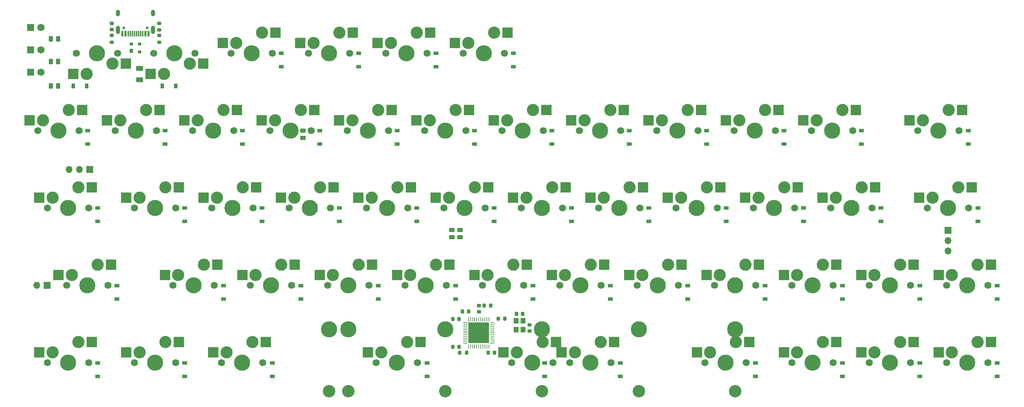
<source format=gbr>
G04 #@! TF.GenerationSoftware,KiCad,Pcbnew,(6.0.0)*
G04 #@! TF.CreationDate,2022-03-15T05:57:55-07:00*
G04 #@! TF.ProjectId,Memoria,4d656d6f-7269-4612-9e6b-696361645f70,rev?*
G04 #@! TF.SameCoordinates,Original*
G04 #@! TF.FileFunction,Soldermask,Bot*
G04 #@! TF.FilePolarity,Negative*
%FSLAX46Y46*%
G04 Gerber Fmt 4.6, Leading zero omitted, Abs format (unit mm)*
G04 Created by KiCad (PCBNEW (6.0.0)) date 2022-03-15 05:57:55*
%MOMM*%
%LPD*%
G01*
G04 APERTURE LIST*
G04 Aperture macros list*
%AMRoundRect*
0 Rectangle with rounded corners*
0 $1 Rounding radius*
0 $2 $3 $4 $5 $6 $7 $8 $9 X,Y pos of 4 corners*
0 Add a 4 corners polygon primitive as box body*
4,1,4,$2,$3,$4,$5,$6,$7,$8,$9,$2,$3,0*
0 Add four circle primitives for the rounded corners*
1,1,$1+$1,$2,$3*
1,1,$1+$1,$4,$5*
1,1,$1+$1,$6,$7*
1,1,$1+$1,$8,$9*
0 Add four rect primitives between the rounded corners*
20,1,$1+$1,$2,$3,$4,$5,0*
20,1,$1+$1,$4,$5,$6,$7,0*
20,1,$1+$1,$6,$7,$8,$9,0*
20,1,$1+$1,$8,$9,$2,$3,0*%
G04 Aperture macros list end*
%ADD10C,1.750000*%
%ADD11C,3.987800*%
%ADD12C,3.000000*%
%ADD13R,2.550000X2.500000*%
%ADD14R,1.700000X1.700000*%
%ADD15O,1.700000X1.700000*%
%ADD16R,1.800000X1.800000*%
%ADD17C,1.800000*%
%ADD18C,3.048000*%
%ADD19R,1.200000X0.900000*%
%ADD20R,0.900000X1.200000*%
%ADD21RoundRect,0.225000X-0.250000X0.225000X-0.250000X-0.225000X0.250000X-0.225000X0.250000X0.225000X0*%
%ADD22RoundRect,0.250000X-0.450000X0.262500X-0.450000X-0.262500X0.450000X-0.262500X0.450000X0.262500X0*%
%ADD23RoundRect,0.200000X-0.275000X0.200000X-0.275000X-0.200000X0.275000X-0.200000X0.275000X0.200000X0*%
%ADD24RoundRect,0.250000X0.450000X-0.262500X0.450000X0.262500X-0.450000X0.262500X-0.450000X-0.262500X0*%
%ADD25R,1.200000X1.400000*%
%ADD26RoundRect,0.225000X-0.225000X-0.250000X0.225000X-0.250000X0.225000X0.250000X-0.225000X0.250000X0*%
%ADD27RoundRect,0.200000X0.275000X-0.200000X0.275000X0.200000X-0.275000X0.200000X-0.275000X-0.200000X0*%
%ADD28RoundRect,0.250000X-0.262500X-0.450000X0.262500X-0.450000X0.262500X0.450000X-0.262500X0.450000X0*%
%ADD29RoundRect,0.225000X0.225000X0.250000X-0.225000X0.250000X-0.225000X-0.250000X0.225000X-0.250000X0*%
%ADD30C,0.650000*%
%ADD31R,0.600000X1.450000*%
%ADD32R,0.300000X1.450000*%
%ADD33O,1.000000X2.100000*%
%ADD34O,1.000000X1.600000*%
%ADD35RoundRect,0.062500X-0.062500X0.475000X-0.062500X-0.475000X0.062500X-0.475000X0.062500X0.475000X0*%
%ADD36RoundRect,0.062500X-0.475000X0.062500X-0.475000X-0.062500X0.475000X-0.062500X0.475000X0.062500X0*%
%ADD37R,5.200000X5.200000*%
%ADD38RoundRect,0.200000X0.200000X0.275000X-0.200000X0.275000X-0.200000X-0.275000X0.200000X-0.275000X0*%
%ADD39RoundRect,0.200000X-0.200000X-0.275000X0.200000X-0.275000X0.200000X0.275000X-0.200000X0.275000X0*%
%ADD40RoundRect,0.050000X0.350000X-0.500000X0.350000X0.500000X-0.350000X0.500000X-0.350000X-0.500000X0*%
%ADD41RoundRect,0.050000X0.350000X-0.300000X0.350000X0.300000X-0.350000X0.300000X-0.350000X-0.300000X0*%
%ADD42RoundRect,0.250000X-0.625000X0.375000X-0.625000X-0.375000X0.625000X-0.375000X0.625000X0.375000X0*%
G04 APERTURE END LIST*
D10*
X109855000Y-95250000D03*
D11*
X104775000Y-95250000D03*
D10*
X99695000Y-95250000D03*
D12*
X100965000Y-92710000D03*
X107315000Y-90170000D03*
D13*
X97690000Y-92710000D03*
X110617000Y-90170000D03*
D12*
X234315000Y-92710000D03*
D10*
X233045000Y-95250000D03*
D12*
X240665000Y-90170000D03*
D10*
X243205000Y-95250000D03*
D11*
X238125000Y-95250000D03*
D13*
X231040000Y-92710000D03*
X243967000Y-90170000D03*
D10*
X252095000Y-95250000D03*
D12*
X253365000Y-92710000D03*
D10*
X262255000Y-95250000D03*
D11*
X257175000Y-95250000D03*
D12*
X259715000Y-90170000D03*
D13*
X250090000Y-92710000D03*
X263017000Y-90170000D03*
D10*
X30638750Y-76200000D03*
D12*
X38258750Y-71120000D03*
X31908750Y-73660000D03*
D10*
X40798750Y-76200000D03*
D11*
X35718750Y-76200000D03*
D13*
X28633750Y-73660000D03*
X41560750Y-71120000D03*
D12*
X74771250Y-111760000D03*
X81121250Y-109220000D03*
D11*
X78581250Y-114300000D03*
D10*
X83661250Y-114300000D03*
X73501250Y-114300000D03*
D13*
X71496250Y-111760000D03*
X84423250Y-109220000D03*
D10*
X228917500Y-57150000D03*
D12*
X220027500Y-54610000D03*
D11*
X223837500Y-57150000D03*
D10*
X218757500Y-57150000D03*
D12*
X226377500Y-52070000D03*
D13*
X216752500Y-54610000D03*
X229679500Y-52070000D03*
D12*
X196215000Y-92710000D03*
D10*
X194945000Y-95250000D03*
D11*
X200025000Y-95250000D03*
D10*
X205105000Y-95250000D03*
D12*
X202565000Y-90170000D03*
D13*
X192940000Y-92710000D03*
X205867000Y-90170000D03*
D10*
X152717500Y-57150000D03*
D12*
X150177500Y-52070000D03*
X143827500Y-54610000D03*
D11*
X147637500Y-57150000D03*
D10*
X142557500Y-57150000D03*
D13*
X140552500Y-54610000D03*
X153479500Y-52070000D03*
D10*
X157480000Y-76200000D03*
X147320000Y-76200000D03*
D12*
X148590000Y-73660000D03*
X154940000Y-71120000D03*
D11*
X152400000Y-76200000D03*
D13*
X145315000Y-73660000D03*
X158242000Y-71120000D03*
D11*
X119062500Y-38100000D03*
D10*
X124142500Y-38100000D03*
D12*
X115252500Y-35560000D03*
X121602500Y-33020000D03*
D10*
X113982500Y-38100000D03*
D13*
X111977500Y-35560000D03*
X124904500Y-33020000D03*
D11*
X100012500Y-38100000D03*
D12*
X102552500Y-33020000D03*
D10*
X94932500Y-38100000D03*
D12*
X96202500Y-35560000D03*
D10*
X105092500Y-38100000D03*
D13*
X92927500Y-35560000D03*
X105854500Y-33020000D03*
D12*
X120015000Y-92710000D03*
X126365000Y-90170000D03*
D11*
X123825000Y-95250000D03*
D10*
X118745000Y-95250000D03*
X128905000Y-95250000D03*
D13*
X116740000Y-92710000D03*
X129667000Y-90170000D03*
D12*
X46672500Y-40640000D03*
D11*
X42862500Y-38100000D03*
D10*
X37782500Y-38100000D03*
D12*
X40322500Y-43180000D03*
D10*
X47942500Y-38100000D03*
D13*
X49947500Y-40640000D03*
X37020500Y-43180000D03*
D10*
X185420000Y-76200000D03*
D12*
X193040000Y-71120000D03*
D10*
X195580000Y-76200000D03*
D12*
X186690000Y-73660000D03*
D11*
X190500000Y-76200000D03*
D13*
X183415000Y-73660000D03*
X196342000Y-71120000D03*
D10*
X233680000Y-76200000D03*
D12*
X224790000Y-73660000D03*
X231140000Y-71120000D03*
D10*
X223520000Y-76200000D03*
D11*
X228600000Y-76200000D03*
D13*
X221515000Y-73660000D03*
X234442000Y-71120000D03*
D10*
X133032500Y-38100000D03*
X143192500Y-38100000D03*
D12*
X140652500Y-33020000D03*
D11*
X138112500Y-38100000D03*
D12*
X134302500Y-35560000D03*
D13*
X131027500Y-35560000D03*
X143954500Y-33020000D03*
D12*
X59372500Y-43180000D03*
D10*
X66992500Y-38100000D03*
D12*
X65722500Y-40640000D03*
D11*
X61912500Y-38100000D03*
D10*
X56832500Y-38100000D03*
D13*
X68997500Y-40640000D03*
X56070500Y-43180000D03*
D10*
X81280000Y-76200000D03*
D12*
X72390000Y-73660000D03*
D10*
X71120000Y-76200000D03*
D11*
X76200000Y-76200000D03*
D12*
X78740000Y-71120000D03*
D13*
X69115000Y-73660000D03*
X82042000Y-71120000D03*
D10*
X180657500Y-57150000D03*
D12*
X181927500Y-54610000D03*
D10*
X190817500Y-57150000D03*
D11*
X185737500Y-57150000D03*
D12*
X188277500Y-52070000D03*
D13*
X178652500Y-54610000D03*
X191579500Y-52070000D03*
D14*
X252412500Y-81650000D03*
D15*
X252412500Y-84190000D03*
X252412500Y-86730000D03*
D16*
X26543000Y-31717000D03*
D17*
X29083000Y-31717000D03*
D11*
X180975000Y-95250000D03*
D10*
X175895000Y-95250000D03*
D12*
X183515000Y-90170000D03*
D10*
X186055000Y-95250000D03*
D12*
X177165000Y-92710000D03*
D13*
X173890000Y-92710000D03*
X186817000Y-90170000D03*
D12*
X36671250Y-92710000D03*
X43021250Y-90170000D03*
D11*
X40481250Y-95250000D03*
D10*
X45561250Y-95250000D03*
X35401250Y-95250000D03*
D13*
X33396250Y-92710000D03*
X46323250Y-90170000D03*
D12*
X59690000Y-71120000D03*
D10*
X52070000Y-76200000D03*
D12*
X53340000Y-73660000D03*
D10*
X62230000Y-76200000D03*
D11*
X57150000Y-76200000D03*
D13*
X50065000Y-73660000D03*
X62992000Y-71120000D03*
D10*
X66357500Y-57150000D03*
D12*
X67627500Y-54610000D03*
D10*
X76517500Y-57150000D03*
D11*
X71437500Y-57150000D03*
D12*
X73977500Y-52070000D03*
D13*
X64352500Y-54610000D03*
X77279500Y-52070000D03*
D10*
X90170000Y-76200000D03*
D12*
X91440000Y-73660000D03*
X97790000Y-71120000D03*
D11*
X95250000Y-76200000D03*
D10*
X100330000Y-76200000D03*
D13*
X88165000Y-73660000D03*
X101092000Y-71120000D03*
D10*
X262255000Y-114300000D03*
D12*
X253365000Y-111760000D03*
D10*
X252095000Y-114300000D03*
D12*
X259715000Y-109220000D03*
D11*
X257175000Y-114300000D03*
D13*
X250090000Y-111760000D03*
X263017000Y-109220000D03*
D16*
X26543000Y-37242000D03*
D17*
X29083000Y-37242000D03*
D12*
X167640000Y-73660000D03*
D11*
X171450000Y-76200000D03*
D10*
X176530000Y-76200000D03*
X166370000Y-76200000D03*
D12*
X173990000Y-71120000D03*
D13*
X164365000Y-73660000D03*
X177292000Y-71120000D03*
D14*
X41112500Y-66675000D03*
D15*
X38572500Y-66675000D03*
X36032500Y-66675000D03*
D11*
X52387500Y-57150000D03*
D10*
X47307500Y-57150000D03*
D12*
X54927500Y-52070000D03*
D10*
X57467500Y-57150000D03*
D12*
X48577500Y-54610000D03*
D13*
X45302500Y-54610000D03*
X58229500Y-52070000D03*
D12*
X62865000Y-92710000D03*
D10*
X71755000Y-95250000D03*
D12*
X69215000Y-90170000D03*
D11*
X66675000Y-95250000D03*
D10*
X61595000Y-95250000D03*
D13*
X59590000Y-92710000D03*
X72517000Y-90170000D03*
D10*
X38417500Y-57150000D03*
D12*
X35877500Y-52070000D03*
D10*
X28257500Y-57150000D03*
D11*
X33337500Y-57150000D03*
D12*
X29527500Y-54610000D03*
D13*
X26252500Y-54610000D03*
X39179500Y-52070000D03*
D10*
X224155000Y-95250000D03*
D12*
X221615000Y-90170000D03*
X215265000Y-92710000D03*
D11*
X219075000Y-95250000D03*
D10*
X213995000Y-95250000D03*
D13*
X211990000Y-92710000D03*
X224917000Y-90170000D03*
D10*
X214630000Y-76200000D03*
D12*
X212090000Y-71120000D03*
D11*
X209550000Y-76200000D03*
D10*
X204470000Y-76200000D03*
D12*
X205740000Y-73660000D03*
D13*
X202465000Y-73660000D03*
X215392000Y-71120000D03*
D10*
X156845000Y-95250000D03*
D11*
X161925000Y-95250000D03*
D12*
X164465000Y-90170000D03*
D10*
X167005000Y-95250000D03*
D12*
X158115000Y-92710000D03*
D13*
X154840000Y-92710000D03*
X167767000Y-90170000D03*
D10*
X109220000Y-76200000D03*
D11*
X114300000Y-76200000D03*
D10*
X119380000Y-76200000D03*
D12*
X110490000Y-73660000D03*
X116840000Y-71120000D03*
D13*
X107215000Y-73660000D03*
X120142000Y-71120000D03*
D11*
X142875000Y-95250000D03*
D12*
X139065000Y-92710000D03*
D10*
X147955000Y-95250000D03*
D12*
X145415000Y-90170000D03*
D10*
X137795000Y-95250000D03*
D13*
X135790000Y-92710000D03*
X148717000Y-90170000D03*
D10*
X209867500Y-57150000D03*
D12*
X200977500Y-54610000D03*
X207327500Y-52070000D03*
D11*
X204787500Y-57150000D03*
D10*
X199707500Y-57150000D03*
D13*
X197702500Y-54610000D03*
X210629500Y-52070000D03*
D16*
X26543000Y-42767000D03*
D17*
X29083000Y-42767000D03*
D10*
X114617500Y-57150000D03*
D12*
X105727500Y-54610000D03*
D10*
X104457500Y-57150000D03*
D12*
X112077500Y-52070000D03*
D11*
X109537500Y-57150000D03*
D13*
X102452500Y-54610000D03*
X115379500Y-52070000D03*
D12*
X124777500Y-54610000D03*
X131127500Y-52070000D03*
D11*
X128587500Y-57150000D03*
D10*
X133667500Y-57150000D03*
X123507500Y-57150000D03*
D13*
X121502500Y-54610000D03*
X134429500Y-52070000D03*
D12*
X246221250Y-54610000D03*
D10*
X244951250Y-57150000D03*
D12*
X252571250Y-52070000D03*
D11*
X250031250Y-57150000D03*
D10*
X255111250Y-57150000D03*
D13*
X242946250Y-54610000D03*
X255873250Y-52070000D03*
D14*
X30575000Y-95250000D03*
D15*
X28035000Y-95250000D03*
D10*
X243205000Y-114300000D03*
X233045000Y-114300000D03*
D11*
X238125000Y-114300000D03*
D12*
X240665000Y-109220000D03*
X234315000Y-111760000D03*
D13*
X231040000Y-111760000D03*
X243967000Y-109220000D03*
D10*
X40798750Y-114300000D03*
D12*
X38258750Y-109220000D03*
D11*
X35718750Y-114300000D03*
D12*
X31908750Y-111760000D03*
D10*
X30638750Y-114300000D03*
D13*
X28633750Y-111760000D03*
X41560750Y-109220000D03*
D10*
X62230000Y-114300000D03*
D12*
X59690000Y-109220000D03*
D10*
X52070000Y-114300000D03*
D11*
X57150000Y-114300000D03*
D12*
X53340000Y-111760000D03*
D13*
X50065000Y-111760000D03*
X62992000Y-109220000D03*
D10*
X224155000Y-114300000D03*
D11*
X219075000Y-114300000D03*
D12*
X221615000Y-109220000D03*
X215265000Y-111760000D03*
D10*
X213995000Y-114300000D03*
D13*
X211990000Y-111760000D03*
X224917000Y-109220000D03*
D12*
X160496250Y-111760000D03*
D11*
X152368250Y-106045000D03*
D18*
X152368250Y-121285000D03*
X176244250Y-121285000D03*
D10*
X169386250Y-114300000D03*
D11*
X176244250Y-106045000D03*
D10*
X159226250Y-114300000D03*
D11*
X164306250Y-114300000D03*
D12*
X166846250Y-109220000D03*
D13*
X157221250Y-111760000D03*
X170148250Y-109220000D03*
D12*
X83502500Y-33020000D03*
D11*
X80962500Y-38100000D03*
D10*
X75882500Y-38100000D03*
X86042500Y-38100000D03*
D12*
X77152500Y-35560000D03*
D13*
X73877500Y-35560000D03*
X86804500Y-33020000D03*
D10*
X128270000Y-76200000D03*
D11*
X133350000Y-76200000D03*
D12*
X135890000Y-71120000D03*
D10*
X138430000Y-76200000D03*
D12*
X129540000Y-73660000D03*
D13*
X126265000Y-73660000D03*
X139192000Y-71120000D03*
D11*
X85725000Y-95250000D03*
D12*
X88265000Y-90170000D03*
D10*
X90805000Y-95250000D03*
X80645000Y-95250000D03*
D12*
X81915000Y-92710000D03*
D13*
X78640000Y-92710000D03*
X91567000Y-90170000D03*
D10*
X257492500Y-76200000D03*
D12*
X254952500Y-71120000D03*
X248602500Y-73660000D03*
D11*
X252412500Y-76200000D03*
D10*
X247332500Y-76200000D03*
D13*
X245327500Y-73660000D03*
X258254500Y-71120000D03*
D12*
X112871250Y-111760000D03*
D11*
X116681250Y-114300000D03*
X128619250Y-106045000D03*
D10*
X111601250Y-114300000D03*
D12*
X119221250Y-109220000D03*
D18*
X104743250Y-121285000D03*
X128619250Y-121285000D03*
D10*
X121761250Y-114300000D03*
D11*
X104743250Y-106045000D03*
D13*
X109596250Y-111760000D03*
X122523250Y-109220000D03*
D10*
X202723750Y-114300000D03*
D12*
X193833750Y-111760000D03*
D11*
X197643750Y-114300000D03*
D12*
X200183750Y-109220000D03*
D10*
X192563750Y-114300000D03*
D13*
X190558750Y-111760000D03*
X203485750Y-109220000D03*
D10*
X95567500Y-57150000D03*
D11*
X90487500Y-57150000D03*
D10*
X85407500Y-57150000D03*
D12*
X93027500Y-52070000D03*
X86677500Y-54610000D03*
D13*
X83402500Y-54610000D03*
X96329500Y-52070000D03*
D18*
X100018850Y-121285000D03*
D12*
X152558750Y-109220000D03*
D18*
X200018650Y-121285000D03*
D11*
X100018850Y-106045000D03*
X150018750Y-114300000D03*
D12*
X146208750Y-111760000D03*
D10*
X155098750Y-114300000D03*
D11*
X200018650Y-106045000D03*
D10*
X144938750Y-114300000D03*
D13*
X142933750Y-111760000D03*
X155860750Y-109220000D03*
D11*
X166687500Y-57150000D03*
D12*
X162877500Y-54610000D03*
D10*
X161607500Y-57150000D03*
X171767500Y-57150000D03*
D12*
X169227500Y-52070000D03*
D13*
X159602500Y-54610000D03*
X172529500Y-52070000D03*
D19*
X159650000Y-79450000D03*
X159650000Y-76150000D03*
D20*
X40320000Y-46101000D03*
X37020000Y-46101000D03*
D19*
X153125000Y-117700000D03*
X153125000Y-114400000D03*
X47800000Y-98650000D03*
X47800000Y-95350000D03*
X121550000Y-79450000D03*
X121550000Y-76150000D03*
X226400000Y-98650000D03*
X226400000Y-95350000D03*
D21*
X149350000Y-104925000D03*
X149350000Y-106475000D03*
D22*
X132250000Y-81587500D03*
X132250000Y-83412500D03*
D19*
X188300000Y-98650000D03*
X188300000Y-95350000D03*
D23*
X58150000Y-30675000D03*
X58150000Y-32325000D03*
D19*
X245450000Y-98650000D03*
X245450000Y-95350000D03*
X83450000Y-79450000D03*
X83450000Y-76150000D03*
D24*
X93600000Y-58925000D03*
X93600000Y-57100000D03*
D19*
X135850000Y-60400000D03*
X135850000Y-57100000D03*
X124100000Y-117700000D03*
X124100000Y-114400000D03*
X171750000Y-117700000D03*
X171750000Y-114400000D03*
D25*
X146075000Y-106174450D03*
X146075000Y-103974450D03*
X147775000Y-103974450D03*
X147775000Y-106174450D03*
D19*
X245450000Y-117700000D03*
X245450000Y-114400000D03*
D21*
X46500000Y-30725000D03*
X46500000Y-32275000D03*
D19*
X235850000Y-79450000D03*
X235850000Y-76150000D03*
D21*
X136912500Y-100225000D03*
X136912500Y-101775000D03*
D19*
X226400000Y-117700000D03*
X226400000Y-114400000D03*
X205000000Y-117700000D03*
X205000000Y-114400000D03*
X264500000Y-98650000D03*
X264500000Y-95350000D03*
X59650000Y-60400000D03*
X59650000Y-57100000D03*
X102500000Y-79450000D03*
X102500000Y-76150000D03*
X216800000Y-79450000D03*
X216800000Y-76150000D03*
X193000000Y-60400000D03*
X193000000Y-57100000D03*
X150200000Y-98650000D03*
X150200000Y-95350000D03*
X154900000Y-60400000D03*
X154900000Y-57100000D03*
D26*
X139175000Y-111800000D03*
X140725000Y-111800000D03*
D19*
X43000000Y-117700000D03*
X43000000Y-114400000D03*
X231100000Y-60400000D03*
X231100000Y-57100000D03*
D27*
X46500000Y-35325000D03*
X46500000Y-33675000D03*
D19*
X97750000Y-60400000D03*
X97750000Y-57100000D03*
X173950000Y-60400000D03*
X173950000Y-57100000D03*
X178700000Y-79450000D03*
X178700000Y-76150000D03*
X43000000Y-79450000D03*
X43000000Y-76150000D03*
X112100000Y-98650000D03*
X112100000Y-95350000D03*
X74000000Y-98650000D03*
X74000000Y-95350000D03*
D28*
X31472500Y-34544000D03*
X33297500Y-34544000D03*
D19*
X264500000Y-117700000D03*
X264500000Y-114400000D03*
X107250000Y-41400000D03*
X107250000Y-38100000D03*
X64400000Y-79450000D03*
X64400000Y-76150000D03*
D20*
X58940000Y-46100000D03*
X62240000Y-46100000D03*
D19*
X145350000Y-41400000D03*
X145350000Y-38100000D03*
D28*
X31472500Y-46101000D03*
X33297500Y-46101000D03*
D19*
X93050000Y-98650000D03*
X93050000Y-95350000D03*
X212050000Y-60400000D03*
X212050000Y-57100000D03*
D29*
X132025000Y-103550000D03*
X130475000Y-103550000D03*
D30*
X49434000Y-31777000D03*
X55214000Y-31777000D03*
D31*
X49099000Y-33222000D03*
X49874000Y-33222000D03*
D32*
X50574000Y-33222000D03*
X51074000Y-33222000D03*
X51574000Y-33222000D03*
X52074000Y-33222000D03*
X52574000Y-33222000D03*
X53074000Y-33222000D03*
X53574000Y-33222000D03*
X54074000Y-33222000D03*
D31*
X54774000Y-33222000D03*
X55549000Y-33222000D03*
D33*
X48004000Y-32307000D03*
D34*
X48004000Y-28127000D03*
D33*
X56644000Y-32307000D03*
D34*
X56644000Y-28127000D03*
D22*
X130250000Y-81587500D03*
X130250000Y-83412500D03*
D19*
X257412500Y-60400000D03*
X257412500Y-57100000D03*
X40600000Y-60400000D03*
X40600000Y-57100000D03*
D29*
X134375000Y-101700000D03*
X132825000Y-101700000D03*
D35*
X134350000Y-103612500D03*
X134850000Y-103612500D03*
X135350000Y-103612500D03*
X135850000Y-103612500D03*
X136350000Y-103612500D03*
X136850000Y-103612500D03*
X137350000Y-103612500D03*
X137850000Y-103612500D03*
X138350000Y-103612500D03*
X138850000Y-103612500D03*
X139350000Y-103612500D03*
D36*
X140187500Y-104450000D03*
X140187500Y-104950000D03*
X140187500Y-105450000D03*
X140187500Y-105950000D03*
X140187500Y-106450000D03*
X140187500Y-106950000D03*
X140187500Y-107450000D03*
X140187500Y-107950000D03*
X140187500Y-108450000D03*
X140187500Y-108950000D03*
X140187500Y-109450000D03*
D35*
X139350000Y-110287500D03*
X138850000Y-110287500D03*
X138350000Y-110287500D03*
X137850000Y-110287500D03*
X137350000Y-110287500D03*
X136850000Y-110287500D03*
X136350000Y-110287500D03*
X135850000Y-110287500D03*
X135350000Y-110287500D03*
X134850000Y-110287500D03*
X134350000Y-110287500D03*
D36*
X133512500Y-109450000D03*
X133512500Y-108950000D03*
X133512500Y-108450000D03*
X133512500Y-107950000D03*
X133512500Y-107450000D03*
X133512500Y-106950000D03*
X133512500Y-106450000D03*
X133512500Y-105950000D03*
X133512500Y-105450000D03*
X133512500Y-104950000D03*
X133512500Y-104450000D03*
D37*
X136850000Y-106950000D03*
D19*
X116800000Y-60400000D03*
X116800000Y-57100000D03*
D27*
X58150000Y-35325000D03*
X58150000Y-33675000D03*
D38*
X143275000Y-103400000D03*
X141625000Y-103400000D03*
D19*
X259750000Y-79450000D03*
X259750000Y-76150000D03*
D28*
X31472500Y-40132000D03*
X33297500Y-40132000D03*
D19*
X197750000Y-79450000D03*
X197750000Y-76150000D03*
D29*
X132025000Y-110350000D03*
X130475000Y-110350000D03*
D19*
X64400000Y-117700000D03*
X64400000Y-114400000D03*
X140600000Y-79450000D03*
X140600000Y-76150000D03*
D39*
X132175000Y-111810000D03*
X133825000Y-111810000D03*
D19*
X86000000Y-117700000D03*
X86000000Y-114400000D03*
X88250000Y-41400000D03*
X88250000Y-38100000D03*
D26*
X146150000Y-102250000D03*
X147700000Y-102250000D03*
D19*
X169250000Y-98650000D03*
X169250000Y-95350000D03*
D29*
X139775000Y-100250000D03*
X138225000Y-100250000D03*
D19*
X131150000Y-98650000D03*
X131150000Y-95350000D03*
X78700000Y-60400000D03*
X78700000Y-57100000D03*
D40*
X51324000Y-37500000D03*
D41*
X51324000Y-35800000D03*
X53324000Y-35800000D03*
X53324000Y-37700000D03*
D19*
X126300000Y-41400000D03*
X126300000Y-38100000D03*
D42*
X53324000Y-41780000D03*
X53324000Y-44580000D03*
D19*
X207350000Y-98650000D03*
X207350000Y-95350000D03*
M02*

</source>
